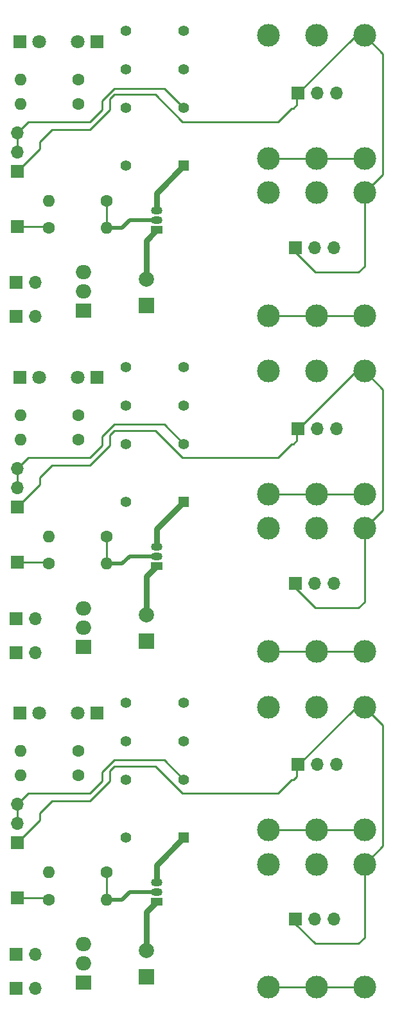
<source format=gbr>
%TF.GenerationSoftware,KiCad,Pcbnew,7.0.9*%
%TF.CreationDate,2024-06-08T14:56:11-04:00*%
%TF.ProjectId,IO-Panel,494f2d50-616e-4656-9c2e-6b696361645f,rev?*%
%TF.SameCoordinates,Original*%
%TF.FileFunction,Copper,L1,Top*%
%TF.FilePolarity,Positive*%
%FSLAX46Y46*%
G04 Gerber Fmt 4.6, Leading zero omitted, Abs format (unit mm)*
G04 Created by KiCad (PCBNEW 7.0.9) date 2024-06-08 14:56:11*
%MOMM*%
%LPD*%
G01*
G04 APERTURE LIST*
%TA.AperFunction,ComponentPad*%
%ADD10O,1.700000X1.700000*%
%TD*%
%TA.AperFunction,ComponentPad*%
%ADD11R,1.700000X1.700000*%
%TD*%
%TA.AperFunction,ComponentPad*%
%ADD12O,1.600000X1.600000*%
%TD*%
%TA.AperFunction,ComponentPad*%
%ADD13C,1.600000*%
%TD*%
%TA.AperFunction,ComponentPad*%
%ADD14C,1.800000*%
%TD*%
%TA.AperFunction,ComponentPad*%
%ADD15R,1.800000X1.800000*%
%TD*%
%TA.AperFunction,ComponentPad*%
%ADD16C,3.000000*%
%TD*%
%TA.AperFunction,ComponentPad*%
%ADD17O,2.000000X1.905000*%
%TD*%
%TA.AperFunction,ComponentPad*%
%ADD18R,2.000000X1.905000*%
%TD*%
%TA.AperFunction,ComponentPad*%
%ADD19C,1.400000*%
%TD*%
%TA.AperFunction,ComponentPad*%
%ADD20R,1.400000X1.400000*%
%TD*%
%TA.AperFunction,ComponentPad*%
%ADD21O,1.500000X1.050000*%
%TD*%
%TA.AperFunction,ComponentPad*%
%ADD22R,1.500000X1.050000*%
%TD*%
%TA.AperFunction,ComponentPad*%
%ADD23C,2.000000*%
%TD*%
%TA.AperFunction,ComponentPad*%
%ADD24R,2.000000X2.000000*%
%TD*%
%TA.AperFunction,Conductor*%
%ADD25C,0.250000*%
%TD*%
%TA.AperFunction,Conductor*%
%ADD26C,0.500000*%
%TD*%
%TA.AperFunction,Conductor*%
%ADD27C,0.750000*%
%TD*%
G04 APERTURE END LIST*
D10*
%TO.P,Out3,3,Pin_3*%
%TO.N,Board_2-Net-(Out3-Pin_3)*%
X167517500Y-118600000D03*
%TO.P,Out3,2,Pin_2*%
%TO.N,Board_2-Net-(Out3-Pin_2)*%
X164977500Y-118600000D03*
D11*
%TO.P,Out3,1,Pin_1*%
%TO.N,Board_2-/Signal_Gnd*%
X162437500Y-118600000D03*
%TD*%
D10*
%TO.P,Out2,3,Pin_3*%
%TO.N,Board_2-Net-(Out2-Pin_3)*%
X167177500Y-139000000D03*
%TO.P,Out2,2,Pin_2*%
%TO.N,Board_2-/A*%
X164637500Y-139000000D03*
D11*
%TO.P,Out2,1,Pin_1*%
%TO.N,Board_2-/Signal_Gnd*%
X162097500Y-139000000D03*
%TD*%
D10*
%TO.P,Out3,3,Pin_3*%
%TO.N,Board_1-Net-(Out3-Pin_3)*%
X167517500Y-74300000D03*
%TO.P,Out3,2,Pin_2*%
%TO.N,Board_1-Net-(Out3-Pin_2)*%
X164977500Y-74300000D03*
D11*
%TO.P,Out3,1,Pin_1*%
%TO.N,Board_1-/Signal_Gnd*%
X162437500Y-74300000D03*
%TD*%
D10*
%TO.P,Out3,3,Pin_3*%
%TO.N,Board_0-Net-(Out3-Pin_3)*%
X167517500Y-30000000D03*
%TO.P,Out3,2,Pin_2*%
%TO.N,Board_0-Net-(Out3-Pin_2)*%
X164977500Y-30000000D03*
D11*
%TO.P,Out3,1,Pin_1*%
%TO.N,Board_0-/Signal_Gnd*%
X162437500Y-30000000D03*
%TD*%
D10*
%TO.P,Out2,3,Pin_3*%
%TO.N,Board_1-Net-(Out2-Pin_3)*%
X167177500Y-94700000D03*
%TO.P,Out2,2,Pin_2*%
%TO.N,Board_1-/A*%
X164637500Y-94700000D03*
D11*
%TO.P,Out2,1,Pin_1*%
%TO.N,Board_1-/Signal_Gnd*%
X162097500Y-94700000D03*
%TD*%
D10*
%TO.P,Out2,3,Pin_3*%
%TO.N,Board_0-Net-(Out2-Pin_3)*%
X167177500Y-50400000D03*
%TO.P,Out2,2,Pin_2*%
%TO.N,Board_0-/A*%
X164637500Y-50400000D03*
D11*
%TO.P,Out2,1,Pin_1*%
%TO.N,Board_0-/Signal_Gnd*%
X162097500Y-50400000D03*
%TD*%
D12*
%TO.P,RGate1,2*%
%TO.N,Board_0-Net-(QL1-G)*%
X137247500Y-47800000D03*
D13*
%TO.P,RGate1,1*%
%TO.N,Board_0-/Control*%
X129627500Y-47800000D03*
%TD*%
D12*
%TO.P,RLed1,2*%
%TO.N,Board_1-Net-(LEDB1-A)*%
X125827500Y-72500000D03*
D13*
%TO.P,RLed1,1*%
%TO.N,Board_1-Net-(Left/Mono1-Pad9)*%
X133447500Y-72500000D03*
%TD*%
D12*
%TO.P,RGate1,2*%
%TO.N,Board_1-Net-(QL1-G)*%
X137247500Y-92100000D03*
D13*
%TO.P,RGate1,1*%
%TO.N,Board_1-/Control*%
X129627500Y-92100000D03*
%TD*%
D10*
%TO.P,J2,2,Pin_2*%
%TO.N,Board_2-/Ctrl_GND*%
X127777500Y-148100000D03*
D11*
%TO.P,J2,1,Pin_1*%
%TO.N,Board_2-/9V*%
X125237500Y-148100000D03*
%TD*%
D10*
%TO.P,J2,2,Pin_2*%
%TO.N,Board_0-/Ctrl_GND*%
X127777500Y-59500000D03*
D11*
%TO.P,J2,1,Pin_1*%
%TO.N,Board_0-/9V*%
X125237500Y-59500000D03*
%TD*%
D14*
%TO.P,D2,2,A*%
%TO.N,Board_0-Net-(D2-A)*%
X133372500Y-23200000D03*
D15*
%TO.P,D2,1,K*%
%TO.N,Board_0-/Ctrl_GND*%
X135912500Y-23200000D03*
%TD*%
D12*
%TO.P,RLed2,2*%
%TO.N,Board_2-Net-(D2-A)*%
X125827500Y-120000000D03*
D13*
%TO.P,RLed2,1*%
%TO.N,Board_2-Net-(Left/Mono1-Pad11)*%
X133447500Y-120000000D03*
%TD*%
D16*
%TO.P,A1,R*%
%TO.N,Board_1-Net-(Out2-Pin_3)*%
X164862500Y-87435000D03*
%TO.P,A1,RN*%
%TO.N,Board_1-Net-(A1-PadRN)*%
X164862500Y-103665000D03*
%TO.P,A1,S*%
%TO.N,Board_1-/Signal_Gnd*%
X171212500Y-87435000D03*
%TO.P,A1,SN*%
%TO.N,Board_1-Net-(A1-PadRN)*%
X171212500Y-103665000D03*
%TO.P,A1,T*%
%TO.N,Board_1-/A*%
X158512500Y-87435000D03*
%TO.P,A1,TN*%
%TO.N,Board_1-Net-(A1-PadRN)*%
X158512500Y-103665000D03*
%TD*%
%TO.P,B1,TN*%
%TO.N,Board_1-Net-(B1-PadRN)*%
X158512500Y-82915000D03*
%TO.P,B1,T*%
%TO.N,Board_1-Net-(Out3-Pin_2)*%
X158512500Y-66685000D03*
%TO.P,B1,SN*%
%TO.N,Board_1-Net-(B1-PadRN)*%
X171212500Y-82915000D03*
%TO.P,B1,S*%
%TO.N,Board_1-/Signal_Gnd*%
X171212500Y-66685000D03*
%TO.P,B1,RN*%
%TO.N,Board_1-Net-(B1-PadRN)*%
X164862500Y-82915000D03*
%TO.P,B1,R*%
%TO.N,Board_1-Net-(Out3-Pin_3)*%
X164862500Y-66685000D03*
%TD*%
D17*
%TO.P,U1,3,OUT*%
%TO.N,Board_0-/5V*%
X134182500Y-53660000D03*
%TO.P,U1,2,GND*%
%TO.N,Board_0-/Ctrl_GND*%
X134182500Y-56200000D03*
D18*
%TO.P,U1,1,IN*%
%TO.N,Board_0-/9V*%
X134182500Y-58740000D03*
%TD*%
D12*
%TO.P,RLed2,2*%
%TO.N,Board_1-Net-(D2-A)*%
X125827500Y-75700000D03*
D13*
%TO.P,RLed2,1*%
%TO.N,Board_1-Net-(Left/Mono1-Pad11)*%
X133447500Y-75700000D03*
%TD*%
D14*
%TO.P,D2,2,A*%
%TO.N,Board_2-Net-(D2-A)*%
X133372500Y-111800000D03*
D15*
%TO.P,D2,1,K*%
%TO.N,Board_2-/Ctrl_GND*%
X135912500Y-111800000D03*
%TD*%
D16*
%TO.P,B1,TN*%
%TO.N,Board_2-Net-(B1-PadRN)*%
X158512500Y-127215000D03*
%TO.P,B1,T*%
%TO.N,Board_2-Net-(Out3-Pin_2)*%
X158512500Y-110985000D03*
%TO.P,B1,SN*%
%TO.N,Board_2-Net-(B1-PadRN)*%
X171212500Y-127215000D03*
%TO.P,B1,S*%
%TO.N,Board_2-/Signal_Gnd*%
X171212500Y-110985000D03*
%TO.P,B1,RN*%
%TO.N,Board_2-Net-(B1-PadRN)*%
X164862500Y-127215000D03*
%TO.P,B1,R*%
%TO.N,Board_2-Net-(Out3-Pin_3)*%
X164862500Y-110985000D03*
%TD*%
D10*
%TO.P,Out1,3,Pin_3*%
%TO.N,Board_2-/L_out*%
X125437500Y-123845000D03*
%TO.P,Out1,2,Pin_2*%
X125437500Y-126385000D03*
D11*
%TO.P,Out1,1,Pin_1*%
%TO.N,Board_2-/Signal_Gnd*%
X125437500Y-128925000D03*
%TD*%
D16*
%TO.P,B1,TN*%
%TO.N,Board_0-Net-(B1-PadRN)*%
X158512500Y-38615000D03*
%TO.P,B1,T*%
%TO.N,Board_0-Net-(Out3-Pin_2)*%
X158512500Y-22385000D03*
%TO.P,B1,SN*%
%TO.N,Board_0-Net-(B1-PadRN)*%
X171212500Y-38615000D03*
%TO.P,B1,S*%
%TO.N,Board_0-/Signal_Gnd*%
X171212500Y-22385000D03*
%TO.P,B1,RN*%
%TO.N,Board_0-Net-(B1-PadRN)*%
X164862500Y-38615000D03*
%TO.P,B1,R*%
%TO.N,Board_0-Net-(Out3-Pin_3)*%
X164862500Y-22385000D03*
%TD*%
D10*
%TO.P,J3,2,Pin_2*%
%TO.N,Board_1-/Ctrl_GND*%
X127777500Y-99300000D03*
D11*
%TO.P,J3,1,Pin_1*%
%TO.N,Board_1-/9V*%
X125237500Y-99300000D03*
%TD*%
%TO.P,J1,1,Pin_1*%
%TO.N,Board_1-/Control*%
X125437500Y-91900000D03*
%TD*%
D12*
%TO.P,RPD1,2*%
%TO.N,Board_2-/Ctrl_GND*%
X129627500Y-132800000D03*
D13*
%TO.P,RPD1,1*%
%TO.N,Board_2-Net-(QL1-G)*%
X137247500Y-132800000D03*
%TD*%
D19*
%TO.P,Left/Mono1,16*%
%TO.N,Board_1-/5V*%
X139780000Y-83907500D03*
%TO.P,Left/Mono1,13*%
X139780000Y-76287500D03*
%TO.P,Left/Mono1,11*%
%TO.N,Board_1-Net-(Left/Mono1-Pad11)*%
X139780000Y-71207500D03*
%TO.P,Left/Mono1,9*%
%TO.N,Board_1-Net-(Left/Mono1-Pad9)*%
X139780000Y-66127500D03*
%TO.P,Left/Mono1,8*%
%TO.N,Board_1-/B*%
X147400000Y-66127500D03*
%TO.P,Left/Mono1,6*%
%TO.N,Board_1-/A*%
X147400000Y-71207500D03*
%TO.P,Left/Mono1,4*%
%TO.N,Board_1-/L_out*%
X147400000Y-76287500D03*
D20*
%TO.P,Left/Mono1,1*%
%TO.N,Board_1-Net-(QL1-D)*%
X147400000Y-83907500D03*
%TD*%
D10*
%TO.P,J3,2,Pin_2*%
%TO.N,Board_2-/Ctrl_GND*%
X127777500Y-143600000D03*
D11*
%TO.P,J3,1,Pin_1*%
%TO.N,Board_2-/9V*%
X125237500Y-143600000D03*
%TD*%
D10*
%TO.P,Out1,3,Pin_3*%
%TO.N,Board_1-/L_out*%
X125437500Y-79545000D03*
%TO.P,Out1,2,Pin_2*%
X125437500Y-82085000D03*
D11*
%TO.P,Out1,1,Pin_1*%
%TO.N,Board_1-/Signal_Gnd*%
X125437500Y-84625000D03*
%TD*%
D21*
%TO.P,QL1,3,D*%
%TO.N,Board_2-Net-(QL1-D)*%
X143797500Y-134130000D03*
%TO.P,QL1,2,G*%
%TO.N,Board_2-Net-(QL1-G)*%
X143797500Y-135400000D03*
D22*
%TO.P,QL1,1,S*%
%TO.N,Board_2-/Ctrl_GND*%
X143797500Y-136670000D03*
%TD*%
D12*
%TO.P,RGate1,2*%
%TO.N,Board_2-Net-(QL1-G)*%
X137247500Y-136400000D03*
D13*
%TO.P,RGate1,1*%
%TO.N,Board_2-/Control*%
X129627500Y-136400000D03*
%TD*%
D16*
%TO.P,A1,TN*%
%TO.N,Board_0-Net-(A1-PadRN)*%
X158512500Y-59365000D03*
%TO.P,A1,T*%
%TO.N,Board_0-/A*%
X158512500Y-43135000D03*
%TO.P,A1,SN*%
%TO.N,Board_0-Net-(A1-PadRN)*%
X171212500Y-59365000D03*
%TO.P,A1,S*%
%TO.N,Board_0-/Signal_Gnd*%
X171212500Y-43135000D03*
%TO.P,A1,RN*%
%TO.N,Board_0-Net-(A1-PadRN)*%
X164862500Y-59365000D03*
%TO.P,A1,R*%
%TO.N,Board_0-Net-(Out2-Pin_3)*%
X164862500Y-43135000D03*
%TD*%
D17*
%TO.P,U1,3,OUT*%
%TO.N,Board_2-/5V*%
X134182500Y-142260000D03*
%TO.P,U1,2,GND*%
%TO.N,Board_2-/Ctrl_GND*%
X134182500Y-144800000D03*
D18*
%TO.P,U1,1,IN*%
%TO.N,Board_2-/9V*%
X134182500Y-147340000D03*
%TD*%
D12*
%TO.P,RPD1,2*%
%TO.N,Board_0-/Ctrl_GND*%
X129627500Y-44200000D03*
D13*
%TO.P,RPD1,1*%
%TO.N,Board_0-Net-(QL1-G)*%
X137247500Y-44200000D03*
%TD*%
D17*
%TO.P,U1,3,OUT*%
%TO.N,Board_1-/5V*%
X134182500Y-97960000D03*
%TO.P,U1,2,GND*%
%TO.N,Board_1-/Ctrl_GND*%
X134182500Y-100500000D03*
D18*
%TO.P,U1,1,IN*%
%TO.N,Board_1-/9V*%
X134182500Y-103040000D03*
%TD*%
D12*
%TO.P,RLed2,2*%
%TO.N,Board_0-Net-(D2-A)*%
X125827500Y-31400000D03*
D13*
%TO.P,RLed2,1*%
%TO.N,Board_0-Net-(Left/Mono1-Pad11)*%
X133447500Y-31400000D03*
%TD*%
D21*
%TO.P,QL1,3,D*%
%TO.N,Board_1-Net-(QL1-D)*%
X143797500Y-89830000D03*
%TO.P,QL1,2,G*%
%TO.N,Board_1-Net-(QL1-G)*%
X143797500Y-91100000D03*
D22*
%TO.P,QL1,1,S*%
%TO.N,Board_1-/Ctrl_GND*%
X143797500Y-92370000D03*
%TD*%
D23*
%TO.P,C1,2*%
%TO.N,Board_1-/Ctrl_GND*%
X142437500Y-98817677D03*
D24*
%TO.P,C1,1*%
%TO.N,Board_1-/9V*%
X142437500Y-102317677D03*
%TD*%
D10*
%TO.P,J3,2,Pin_2*%
%TO.N,Board_0-/Ctrl_GND*%
X127777500Y-55000000D03*
D11*
%TO.P,J3,1,Pin_1*%
%TO.N,Board_0-/9V*%
X125237500Y-55000000D03*
%TD*%
D10*
%TO.P,J2,2,Pin_2*%
%TO.N,Board_1-/Ctrl_GND*%
X127777500Y-103800000D03*
D11*
%TO.P,J2,1,Pin_1*%
%TO.N,Board_1-/9V*%
X125237500Y-103800000D03*
%TD*%
%TO.P,J1,1,Pin_1*%
%TO.N,Board_0-/Control*%
X125437500Y-47600000D03*
%TD*%
D12*
%TO.P,RLed1,2*%
%TO.N,Board_0-Net-(LEDB1-A)*%
X125827500Y-28200000D03*
D13*
%TO.P,RLed1,1*%
%TO.N,Board_0-Net-(Left/Mono1-Pad9)*%
X133447500Y-28200000D03*
%TD*%
D14*
%TO.P,LEDB1,2,A*%
%TO.N,Board_0-Net-(LEDB1-A)*%
X128302500Y-23200000D03*
D15*
%TO.P,LEDB1,1,K*%
%TO.N,Board_0-/Ctrl_GND*%
X125762500Y-23200000D03*
%TD*%
D16*
%TO.P,A1,TN*%
%TO.N,Board_2-Net-(A1-PadRN)*%
X158512500Y-147965000D03*
%TO.P,A1,T*%
%TO.N,Board_2-/A*%
X158512500Y-131735000D03*
%TO.P,A1,SN*%
%TO.N,Board_2-Net-(A1-PadRN)*%
X171212500Y-147965000D03*
%TO.P,A1,S*%
%TO.N,Board_2-/Signal_Gnd*%
X171212500Y-131735000D03*
%TO.P,A1,RN*%
%TO.N,Board_2-Net-(A1-PadRN)*%
X164862500Y-147965000D03*
%TO.P,A1,R*%
%TO.N,Board_2-Net-(Out2-Pin_3)*%
X164862500Y-131735000D03*
%TD*%
D10*
%TO.P,Out1,3,Pin_3*%
%TO.N,Board_0-/L_out*%
X125437500Y-35245000D03*
%TO.P,Out1,2,Pin_2*%
X125437500Y-37785000D03*
D11*
%TO.P,Out1,1,Pin_1*%
%TO.N,Board_0-/Signal_Gnd*%
X125437500Y-40325000D03*
%TD*%
D14*
%TO.P,D2,2,A*%
%TO.N,Board_1-Net-(D2-A)*%
X133372500Y-67500000D03*
D15*
%TO.P,D2,1,K*%
%TO.N,Board_1-/Ctrl_GND*%
X135912500Y-67500000D03*
%TD*%
D23*
%TO.P,C1,2*%
%TO.N,Board_2-/Ctrl_GND*%
X142437500Y-143117677D03*
D24*
%TO.P,C1,1*%
%TO.N,Board_2-/9V*%
X142437500Y-146617677D03*
%TD*%
D11*
%TO.P,J1,1,Pin_1*%
%TO.N,Board_2-/Control*%
X125437500Y-136200000D03*
%TD*%
D21*
%TO.P,QL1,3,D*%
%TO.N,Board_0-Net-(QL1-D)*%
X143797500Y-45530000D03*
%TO.P,QL1,2,G*%
%TO.N,Board_0-Net-(QL1-G)*%
X143797500Y-46800000D03*
D22*
%TO.P,QL1,1,S*%
%TO.N,Board_0-/Ctrl_GND*%
X143797500Y-48070000D03*
%TD*%
D14*
%TO.P,LEDB1,2,A*%
%TO.N,Board_2-Net-(LEDB1-A)*%
X128302500Y-111800000D03*
D15*
%TO.P,LEDB1,1,K*%
%TO.N,Board_2-/Ctrl_GND*%
X125762500Y-111800000D03*
%TD*%
D19*
%TO.P,Left/Mono1,16*%
%TO.N,Board_0-/5V*%
X139780000Y-39607500D03*
%TO.P,Left/Mono1,13*%
X139780000Y-31987500D03*
%TO.P,Left/Mono1,11*%
%TO.N,Board_0-Net-(Left/Mono1-Pad11)*%
X139780000Y-26907500D03*
%TO.P,Left/Mono1,9*%
%TO.N,Board_0-Net-(Left/Mono1-Pad9)*%
X139780000Y-21827500D03*
%TO.P,Left/Mono1,8*%
%TO.N,Board_0-/B*%
X147400000Y-21827500D03*
%TO.P,Left/Mono1,6*%
%TO.N,Board_0-/A*%
X147400000Y-26907500D03*
%TO.P,Left/Mono1,4*%
%TO.N,Board_0-/L_out*%
X147400000Y-31987500D03*
D20*
%TO.P,Left/Mono1,1*%
%TO.N,Board_0-Net-(QL1-D)*%
X147400000Y-39607500D03*
%TD*%
D23*
%TO.P,C1,2*%
%TO.N,Board_0-/Ctrl_GND*%
X142437500Y-54517677D03*
D24*
%TO.P,C1,1*%
%TO.N,Board_0-/9V*%
X142437500Y-58017677D03*
%TD*%
D12*
%TO.P,RLed1,2*%
%TO.N,Board_2-Net-(LEDB1-A)*%
X125827500Y-116800000D03*
D13*
%TO.P,RLed1,1*%
%TO.N,Board_2-Net-(Left/Mono1-Pad9)*%
X133447500Y-116800000D03*
%TD*%
D12*
%TO.P,RPD1,2*%
%TO.N,Board_1-/Ctrl_GND*%
X129627500Y-88500000D03*
D13*
%TO.P,RPD1,1*%
%TO.N,Board_1-Net-(QL1-G)*%
X137247500Y-88500000D03*
%TD*%
D19*
%TO.P,Left/Mono1,16*%
%TO.N,Board_2-/5V*%
X139780000Y-128207500D03*
%TO.P,Left/Mono1,13*%
X139780000Y-120587500D03*
%TO.P,Left/Mono1,11*%
%TO.N,Board_2-Net-(Left/Mono1-Pad11)*%
X139780000Y-115507500D03*
%TO.P,Left/Mono1,9*%
%TO.N,Board_2-Net-(Left/Mono1-Pad9)*%
X139780000Y-110427500D03*
%TO.P,Left/Mono1,8*%
%TO.N,Board_2-/B*%
X147400000Y-110427500D03*
%TO.P,Left/Mono1,6*%
%TO.N,Board_2-/A*%
X147400000Y-115507500D03*
%TO.P,Left/Mono1,4*%
%TO.N,Board_2-/L_out*%
X147400000Y-120587500D03*
D20*
%TO.P,Left/Mono1,1*%
%TO.N,Board_2-Net-(QL1-D)*%
X147400000Y-128207500D03*
%TD*%
D14*
%TO.P,LEDB1,2,A*%
%TO.N,Board_1-Net-(LEDB1-A)*%
X128302500Y-67500000D03*
D15*
%TO.P,LEDB1,1,K*%
%TO.N,Board_1-/Ctrl_GND*%
X125762500Y-67500000D03*
%TD*%
D25*
%TO.N,Board_2-Net-(QL1-G)*%
X137247500Y-132800000D02*
X137247500Y-133000000D01*
D26*
X140237500Y-135400000D02*
X143797500Y-135400000D01*
D25*
X137247500Y-132800000D02*
X137247500Y-136400000D01*
D26*
X137247500Y-136400000D02*
X139237500Y-136400000D01*
X139237500Y-136400000D02*
X140237500Y-135400000D01*
D27*
%TO.N,Board_2-Net-(QL1-D)*%
X143797500Y-134130000D02*
X143797500Y-131810000D01*
X143797500Y-131810000D02*
X147400000Y-128207500D01*
D25*
%TO.N,Board_2-Net-(B1-PadRN)*%
X158512500Y-127215000D02*
X164862500Y-127215000D01*
X171212500Y-127215000D02*
X164862500Y-127215000D01*
%TO.N,Board_2-Net-(A1-PadRN)*%
X164862500Y-147965000D02*
X171212500Y-147965000D01*
X158512500Y-147965000D02*
X164862500Y-147965000D01*
%TO.N,Board_2-/Signal_Gnd*%
X125437500Y-128925000D02*
X128437500Y-125925000D01*
X164682500Y-142200000D02*
X162082500Y-139600000D01*
X171212500Y-110985000D02*
X173637500Y-113410000D01*
X128437500Y-125925000D02*
X128437500Y-125000000D01*
X130037500Y-123400000D02*
X135037500Y-123400000D01*
X162297500Y-120140000D02*
X162297500Y-118800000D01*
X171212500Y-141425000D02*
X170437500Y-142200000D01*
X138237500Y-118800000D02*
X143637500Y-118800000D01*
X171212500Y-131735000D02*
X171212500Y-141425000D01*
X162297500Y-118800000D02*
X170112500Y-110985000D01*
X135037500Y-123400000D02*
X137637500Y-120800000D01*
X147237500Y-122400000D02*
X159797500Y-122400000D01*
X137637500Y-120800000D02*
X137637500Y-119400000D01*
X173637500Y-129310000D02*
X171212500Y-131735000D01*
X143637500Y-118800000D02*
X147237500Y-122400000D01*
X161597500Y-120600000D02*
X161837500Y-120600000D01*
X170112500Y-110985000D02*
X171212500Y-110985000D01*
X161837500Y-120600000D02*
X162297500Y-120140000D01*
X170437500Y-142200000D02*
X164682500Y-142200000D01*
X137637500Y-119400000D02*
X138237500Y-118800000D01*
X128437500Y-125000000D02*
X130037500Y-123400000D01*
X159797500Y-122400000D02*
X161597500Y-120600000D01*
X173637500Y-113410000D02*
X173637500Y-129310000D01*
%TO.N,Board_2-/L_out*%
X144812500Y-118000000D02*
X147400000Y-120587500D01*
X135037500Y-122400000D02*
X136637500Y-120800000D01*
X138237500Y-118000000D02*
X144812500Y-118000000D01*
X126882500Y-122400000D02*
X135037500Y-122400000D01*
X136637500Y-119600000D02*
X138237500Y-118000000D01*
X125437500Y-123845000D02*
X126882500Y-122400000D01*
X136637500Y-120800000D02*
X136637500Y-119600000D01*
X125437500Y-126385000D02*
X125437500Y-123845000D01*
D27*
%TO.N,Board_2-/Ctrl_GND*%
X142437500Y-138030000D02*
X143797500Y-136670000D01*
X142437500Y-143117677D02*
X142437500Y-138030000D01*
D25*
%TO.N,Board_2-/Control*%
X129427500Y-136200000D02*
X129627500Y-136400000D01*
X125437500Y-136200000D02*
X129427500Y-136200000D01*
D26*
%TO.N,Board_1-Net-(QL1-G)*%
X139237500Y-92100000D02*
X140237500Y-91100000D01*
D25*
X137247500Y-88500000D02*
X137247500Y-92100000D01*
D26*
X137247500Y-92100000D02*
X139237500Y-92100000D01*
X140237500Y-91100000D02*
X143797500Y-91100000D01*
D25*
X137247500Y-88500000D02*
X137247500Y-88700000D01*
D27*
%TO.N,Board_1-Net-(QL1-D)*%
X143797500Y-89830000D02*
X143797500Y-87510000D01*
X143797500Y-87510000D02*
X147400000Y-83907500D01*
D25*
%TO.N,Board_1-Net-(B1-PadRN)*%
X158512500Y-82915000D02*
X164862500Y-82915000D01*
X171212500Y-82915000D02*
X164862500Y-82915000D01*
%TO.N,Board_1-Net-(A1-PadRN)*%
X158512500Y-103665000D02*
X164862500Y-103665000D01*
X164862500Y-103665000D02*
X171212500Y-103665000D01*
%TO.N,Board_1-/Signal_Gnd*%
X164682500Y-97900000D02*
X162082500Y-95300000D01*
X137637500Y-76500000D02*
X137637500Y-75100000D01*
X161837500Y-76300000D02*
X162297500Y-75840000D01*
X135037500Y-79100000D02*
X137637500Y-76500000D01*
X137637500Y-75100000D02*
X138237500Y-74500000D01*
X171212500Y-87435000D02*
X171212500Y-97125000D01*
X147237500Y-78100000D02*
X159797500Y-78100000D01*
X143637500Y-74500000D02*
X147237500Y-78100000D01*
X173637500Y-69110000D02*
X173637500Y-85010000D01*
X128437500Y-81625000D02*
X128437500Y-80700000D01*
X162297500Y-75840000D02*
X162297500Y-74500000D01*
X128437500Y-80700000D02*
X130037500Y-79100000D01*
X173637500Y-85010000D02*
X171212500Y-87435000D01*
X170437500Y-97900000D02*
X164682500Y-97900000D01*
X162297500Y-74500000D02*
X170112500Y-66685000D01*
X138237500Y-74500000D02*
X143637500Y-74500000D01*
X171212500Y-97125000D02*
X170437500Y-97900000D01*
X171212500Y-66685000D02*
X173637500Y-69110000D01*
X130037500Y-79100000D02*
X135037500Y-79100000D01*
X161597500Y-76300000D02*
X161837500Y-76300000D01*
X170112500Y-66685000D02*
X171212500Y-66685000D01*
X125437500Y-84625000D02*
X128437500Y-81625000D01*
X159797500Y-78100000D02*
X161597500Y-76300000D01*
%TO.N,Board_1-/L_out*%
X136637500Y-75300000D02*
X138237500Y-73700000D01*
X126882500Y-78100000D02*
X135037500Y-78100000D01*
X138237500Y-73700000D02*
X144812500Y-73700000D01*
X125437500Y-82085000D02*
X125437500Y-79545000D01*
X144812500Y-73700000D02*
X147400000Y-76287500D01*
X135037500Y-78100000D02*
X136637500Y-76500000D01*
X125437500Y-79545000D02*
X126882500Y-78100000D01*
X136637500Y-76500000D02*
X136637500Y-75300000D01*
D27*
%TO.N,Board_1-/Ctrl_GND*%
X142437500Y-93730000D02*
X143797500Y-92370000D01*
X142437500Y-98817677D02*
X142437500Y-93730000D01*
D25*
%TO.N,Board_1-/Control*%
X129427500Y-91900000D02*
X129627500Y-92100000D01*
X125437500Y-91900000D02*
X129427500Y-91900000D01*
D26*
%TO.N,Board_0-Net-(QL1-G)*%
X140237500Y-46800000D02*
X143797500Y-46800000D01*
X137247500Y-47800000D02*
X139237500Y-47800000D01*
X139237500Y-47800000D02*
X140237500Y-46800000D01*
D25*
X137247500Y-44200000D02*
X137247500Y-47800000D01*
X137247500Y-44200000D02*
X137247500Y-44400000D01*
D27*
%TO.N,Board_0-Net-(QL1-D)*%
X143797500Y-43210000D02*
X147400000Y-39607500D01*
X143797500Y-45530000D02*
X143797500Y-43210000D01*
D25*
%TO.N,Board_0-Net-(B1-PadRN)*%
X158512500Y-38615000D02*
X164862500Y-38615000D01*
X171212500Y-38615000D02*
X164862500Y-38615000D01*
%TO.N,Board_0-Net-(A1-PadRN)*%
X158512500Y-59365000D02*
X164862500Y-59365000D01*
X164862500Y-59365000D02*
X171212500Y-59365000D01*
%TO.N,Board_0-/Signal_Gnd*%
X171212500Y-22385000D02*
X173637500Y-24810000D01*
X161597500Y-32000000D02*
X161837500Y-32000000D01*
X137637500Y-30800000D02*
X138237500Y-30200000D01*
X147237500Y-33800000D02*
X159797500Y-33800000D01*
X171212500Y-43135000D02*
X171212500Y-52825000D01*
X138237500Y-30200000D02*
X143637500Y-30200000D01*
X173637500Y-24810000D02*
X173637500Y-40710000D01*
X170437500Y-53600000D02*
X164682500Y-53600000D01*
X171212500Y-52825000D02*
X170437500Y-53600000D01*
X159797500Y-33800000D02*
X161597500Y-32000000D01*
X125437500Y-40325000D02*
X128437500Y-37325000D01*
X128437500Y-37325000D02*
X128437500Y-36400000D01*
X135037500Y-34800000D02*
X137637500Y-32200000D01*
X137637500Y-32200000D02*
X137637500Y-30800000D01*
X162297500Y-30200000D02*
X170112500Y-22385000D01*
X173637500Y-40710000D02*
X171212500Y-43135000D01*
X128437500Y-36400000D02*
X130037500Y-34800000D01*
X164682500Y-53600000D02*
X162082500Y-51000000D01*
X162297500Y-31540000D02*
X162297500Y-30200000D01*
X130037500Y-34800000D02*
X135037500Y-34800000D01*
X170112500Y-22385000D02*
X171212500Y-22385000D01*
X143637500Y-30200000D02*
X147237500Y-33800000D01*
X161837500Y-32000000D02*
X162297500Y-31540000D01*
%TO.N,Board_0-/L_out*%
X135037500Y-33800000D02*
X136637500Y-32200000D01*
X136637500Y-32200000D02*
X136637500Y-31000000D01*
X125437500Y-37785000D02*
X125437500Y-35245000D01*
X144812500Y-29400000D02*
X147400000Y-31987500D01*
X138237500Y-29400000D02*
X144812500Y-29400000D01*
X125437500Y-35245000D02*
X126882500Y-33800000D01*
X126882500Y-33800000D02*
X135037500Y-33800000D01*
X136637500Y-31000000D02*
X138237500Y-29400000D01*
D27*
%TO.N,Board_0-/Ctrl_GND*%
X142437500Y-54517677D02*
X142437500Y-49430000D01*
X142437500Y-49430000D02*
X143797500Y-48070000D01*
D25*
%TO.N,Board_0-/Control*%
X129427500Y-47600000D02*
X129627500Y-47800000D01*
X125437500Y-47600000D02*
X129427500Y-47600000D01*
%TD*%
M02*

</source>
